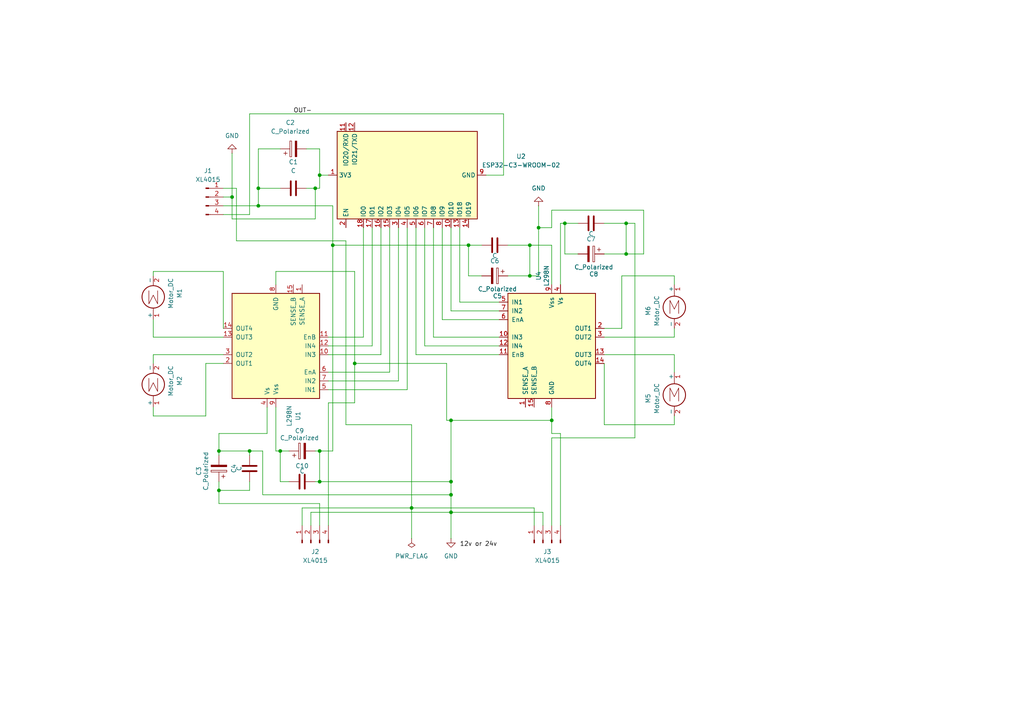
<source format=kicad_sch>
(kicad_sch (version 20250114) (generator "eeschema") (generator_version "9.0")
  (paper "A4")
  (lib_symbols
    (symbol "Connector:Conn_01x04_Pin" (pin_names (offset 1.016) (hide yes))
      (property "Reference" "J" (at 0 5.08 0))
      (property "Value" "Conn_01x04_Pin" (at 0 -7.62 0))
      (symbol "Conn_01x04_Pin_1_1"
        (rectangle (start 0.8636 2.667) (end 0 2.413) (stroke (width 0.1524)) (fill (type outline)))
        (rectangle (start 0.8636 0.127) (end 0 -0.127) (stroke (width 0.1524)) (fill (type outline)))
        (rectangle (start 0.8636 -2.413) (end 0 -2.667) (stroke (width 0.1524)) (fill (type outline)))
        (rectangle (start 0.8636 -4.953) (end 0 -5.207) (stroke (width 0.1524)) (fill (type outline)))
        (polyline (pts (xy 1.27 2.54) (xy 0.8636 2.54)) (stroke (width 0.1524)))
        (polyline (pts (xy 1.27 0) (xy 0.8636 0)) (stroke (width 0.1524)))
        (polyline (pts (xy 1.27 -2.54) (xy 0.8636 -2.54)) (stroke (width 0.1524)))
        (polyline (pts (xy 1.27 -5.08) (xy 0.8636 -5.08)) (stroke (width 0.1524)))
        (pin passive line (at 5.08 2.54 180) (length 3.81) (name "Pin_1") (number "1"))
        (pin passive line (at 5.08 0 180) (length 3.81) (name "Pin_2") (number "2"))
        (pin passive line (at 5.08 -2.54 180) (length 3.81) (name "Pin_3") (number "3"))
        (pin passive line (at 5.08 -5.08 180) (length 3.81) (name "Pin_4") (number "4"))
      )
    )
    (symbol "Device:C" (pin_numbers (hide yes)) (pin_names (offset 0.254))
      (property "Reference" "C" (at 0.635 2.54 0))
      (property "Value" "C" (at 0.635 -2.54 0))
      (symbol "C_0_1"
        (polyline (pts (xy -2.032 0.762) (xy 2.032 0.762)) (stroke (width 0.508)))
        (polyline (pts (xy -2.032 -0.762) (xy 2.032 -0.762)) (stroke (width 0.508)))
      )
      (symbol "C_1_1"
        (pin passive line (at 0 3.81 270) (length 2.794) (name "~") (number "1"))
        (pin passive line (at 0 -3.81 90) (length 2.794) (name "~") (number "2"))
      )
    )
    (symbol "Device:C_Polarized" (pin_numbers (hide yes)) (pin_names (offset 0.254))
      (property "Reference" "C" (at 0.635 2.54 0))
      (property "Value" "C_Polarized" (at 0.635 -2.54 0))
      (symbol "C_Polarized_0_1"
        (rectangle (start -2.286 0.508) (end 2.286 1.016))
        (polyline (pts (xy -1.778 2.286) (xy -0.762 2.286)))
        (polyline (pts (xy -1.27 2.794) (xy -1.27 1.778)))
        (rectangle (start 2.286 -0.508) (end -2.286 -1.016) (fill (type outline)))
      )
      (symbol "C_Polarized_1_1"
        (pin passive line (at 0 3.81 270) (length 2.794) (name "~") (number "1"))
        (pin passive line (at 0 -3.81 90) (length 2.794) (name "~") (number "2"))
      )
    )
    (symbol "Driver_Motor:L298N" (pin_names (offset 1.016))
      (property "Reference" "U" (at -10.16 16.51 0))
      (property "Value" "L298N" (at 12.7 16.51 0))
      (symbol "L298N_0_1"
        (rectangle (start -12.7 15.24) (end 12.7 -15.24) (stroke (width 0.254)) (fill (type background)))
      )
      (symbol "L298N_1_1"
        (pin input line (at -15.24 12.7 0) (length 2.54) (name "IN1") (number "5"))
        (pin input line (at -15.24 10.16 0) (length 2.54) (name "IN2") (number "7"))
        (pin input line (at -15.24 7.62 0) (length 2.54) (name "EnA") (number "6"))
        (pin input line (at -15.24 2.54 0) (length 2.54) (name "IN3") (number "10"))
        (pin input line (at -15.24 0 0) (length 2.54) (name "IN4") (number "12"))
        (pin input line (at -15.24 -2.54 0) (length 2.54) (name "EnB") (number "11"))
        (pin power_in line (at -7.62 -17.78 90) (length 2.54) (name "SENSE_A") (number "1"))
        (pin power_in line (at -5.08 -17.78 90) (length 2.54) (name "SENSE_B") (number "15"))
        (pin power_in line (at 0 17.78 270) (length 2.54) (name "Vss") (number "9"))
        (pin power_in line (at 0 -17.78 90) (length 2.54) (name "GND") (number "8"))
        (pin power_in line (at 2.54 17.78 270) (length 2.54) (name "Vs") (number "4"))
        (pin output line (at 15.24 5.08 180) (length 2.54) (name "OUT1") (number "2"))
        (pin output line (at 15.24 2.54 180) (length 2.54) (name "OUT2") (number "3"))
        (pin output line (at 15.24 -2.54 180) (length 2.54) (name "OUT3") (number "13"))
        (pin output line (at 15.24 -5.08 180) (length 2.54) (name "OUT4") (number "14"))
      )
    )
    (symbol "Motor:Motor_DC" (pin_names (offset 0))
      (property "Reference" "M" (at 2.54 2.54 0))
      (property "Value" "Motor_DC" (at 2.54 -5.08 0))
      (symbol "Motor_DC_0_0"
        (polyline (pts (xy -1.27 -3.302) (xy -1.27 0.508) (xy 0 -2.032) (xy 1.27 0.508) (xy 1.27 -3.302)))
      )
      (symbol "Motor_DC_0_1"
        (polyline (pts (xy 0 2.032) (xy 0 2.54)))
        (polyline (pts (xy 0 1.7272) (xy 0 2.0828)))
        (circle (center 0 -1.524) (radius 3.2512) (stroke (width 0.254)))
        (polyline (pts (xy 0 -4.7752) (xy 0 -5.1816)))
        (polyline (pts (xy 0 -7.62) (xy 0 -7.112)))
      )
      (symbol "Motor_DC_1_1"
        (pin passive line (at 0 5.08 270) (length 2.54) (name "+") (number "1"))
        (pin passive line (at 0 -7.62 90) (length 2.54) (name "-") (number "2"))
      )
    )
    (symbol "RF_Module:ESP32-C3-WROOM-02"
      (property "Reference" "U" (at -12.192 21.336 0))
      (property "Value" "ESP32-C3-WROOM-02" (at 12.192 21.336 0))
      (symbol "ESP32-C3-WROOM-02_1_1"
        (rectangle (start -12.7 20.32) (end 12.7 -20.32) (stroke (width 0.254)) (fill (type background)))
        (pin input line (at -15.24 17.78 0) (length 2.54) (name "EN") (number "2"))
        (pin bidirectional line (at -15.24 12.7 0) (length 2.54) (name "IO0") (number "18"))
        (pin bidirectional line (at -15.24 10.16 0) (length 2.54) (name "IO1") (number "17"))
        (pin bidirectional line (at -15.24 7.62 0) (length 2.54) (name "IO2") (number "16"))
        (pin bidirectional line (at -15.24 5.08 0) (length 2.54) (name "IO3") (number "15"))
        (pin bidirectional line (at -15.24 2.54 0) (length 2.54) (name "IO4") (number "3"))
        (pin bidirectional line (at -15.24 0 0) (length 2.54) (name "IO5") (number "4"))
        (pin bidirectional line (at -15.24 -2.54 0) (length 2.54) (name "IO6") (number "5"))
        (pin bidirectional line (at -15.24 -5.08 0) (length 2.54) (name "IO7") (number "6"))
        (pin bidirectional line (at -15.24 -7.62 0) (length 2.54) (name "IO8") (number "7"))
        (pin bidirectional line (at -15.24 -10.16 0) (length 2.54) (name "IO9") (number "8"))
        (pin bidirectional line (at -15.24 -12.7 0) (length 2.54) (name "IO10") (number "10"))
        (pin bidirectional line (at -15.24 -15.24 0) (length 2.54) (name "IO18") (number "13"))
        (pin bidirectional line (at -15.24 -17.78 0) (length 2.54) (name "IO19") (number "14"))
        (pin power_in line (at 0 22.86 270) (length 2.54) (name "3V3") (number "1"))
        (pin passive line (at 0 -22.86 90) (length 2.54) (hide yes) (name "GND") (number "19"))
        (pin power_in line (at 0 -22.86 90) (length 2.54) (name "GND") (number "9"))
        (pin bidirectional line (at 15.24 17.78 180) (length 2.54) (name "IO20/RXD") (number "11"))
        (pin bidirectional line (at 15.24 15.24 180) (length 2.54) (name "IO21/TXD") (number "12"))
      )
    )
    (symbol "power:GND" (power) (pin_numbers (hide yes)) (pin_names (offset 0) (hide yes))
      (property "Value" "GND" (at 0 -3.81 0))
      (symbol "GND_0_1"
        (polyline (pts (xy 0 0) (xy 0 -1.27) (xy 1.27 -1.27) (xy 0 -2.54) (xy -1.27 -1.27) (xy 0 -1.27)))
      )
      (symbol "GND_1_1"
        (pin power_in line (at 0 0 270) (length 0) (name "~") (number "1"))
      )
    )
    (symbol "power:PWR_FLAG" (power) (pin_numbers (hide yes)) (pin_names (offset 0) (hide yes))
      (property "Value" "PWR_FLAG" (at 0 3.81 0))
      (symbol "PWR_FLAG_0_0"
        (pin power_out line (at 0 0 90) (length 0) (name "~") (number "1"))
      )
      (symbol "PWR_FLAG_0_1"
        (polyline (pts (xy 0 0) (xy 0 1.27) (xy -1.016 1.905) (xy 0 2.54) (xy 1.016 1.905) (xy 0 1.27)))
      )
    )
  )
  (junction (at 181.61 64.77))
  (junction (at 74.93 59.69))
  (junction (at 135.89 71.12))
  (junction (at 119.38 147.32))
  (junction (at 91.44 54.61))
  (junction (at 81.28 130.81))
  (junction (at 72.39 130.81))
  (junction (at 96.52 71.12))
  (junction (at 67.31 57.15))
  (junction (at 130.81 143.51))
  (junction (at 156.21 66.04))
  (junction (at 160.02 121.92))
  (junction (at 153.67 80.01))
  (junction (at 74.93 54.61))
  (junction (at 130.81 121.92))
  (junction (at 181.61 73.66))
  (junction (at 130.81 139.7))
  (junction (at 92.71 130.81))
  (junction (at 102.87 105.41))
  (junction (at 130.81 148.59))
  (junction (at 92.71 50.8))
  (junction (at 63.5 130.81))
  (junction (at 63.5 142.24))
  (junction (at 92.71 139.7))
  (junction (at 153.67 71.12))
  (junction (at 163.83 64.77))
  (wire (pts (xy 102.87 116.84) (xy 102.87 105.41)))
  (wire (pts (xy 119.38 123.19) (xy 100.33 123.19)))
  (wire (pts (xy 130.81 143.51) (xy 130.81 148.59)))
  (wire (pts (xy 184.15 64.77) (xy 181.61 64.77)))
  (wire (pts (xy 163.83 73.66) (xy 163.83 64.77)))
  (wire (pts (xy 59.69 120.65) (xy 59.69 105.41)))
  (wire (pts (xy 162.56 152.4) (xy 162.56 125.73)))
  (wire (pts (xy 115.57 110.49) (xy 115.57 66.04)))
  (wire (pts (xy 162.56 64.77) (xy 162.56 82.55)))
  (wire (pts (xy 91.44 130.81) (xy 92.71 130.81)))
  (wire (pts (xy 160.02 66.04) (xy 156.21 66.04)))
  (wire (pts (xy 81.28 130.81) (xy 81.28 139.7)))
  (wire (pts (xy 160.02 121.92) (xy 160.02 118.11)))
  (wire (pts (xy 95.25 152.4) (xy 95.25 116.84)))
  (wire (pts (xy 144.78 87.63) (xy 133.35 87.63)))
  (wire (pts (xy 72.39 33.02) (xy 146.05 33.02)))
  (wire (pts (xy 95.25 100.33) (xy 107.95 100.33)))
  (wire (pts (xy 102.87 105.41) (xy 129.54 105.41)))
  (wire (pts (xy 195.58 107.95) (xy 195.58 102.87)))
  (wire (pts (xy 74.93 59.69) (xy 74.93 54.61)))
  (wire (pts (xy 68.58 69.85) (xy 68.58 54.61)))
  (wire (pts (xy 88.9 54.61) (xy 91.44 54.61)))
  (wire (pts (xy 156.21 66.04) (xy 156.21 59.69)))
  (wire (pts (xy 63.5 130.81) (xy 63.5 125.73)))
  (wire (pts (xy 87.63 152.4) (xy 87.63 147.32)))
  (wire (pts (xy 160.02 121.92) (xy 130.81 121.92)))
  (wire (pts (xy 72.39 130.81) (xy 72.39 132.08)))
  (wire (pts (xy 95.25 110.49) (xy 115.57 110.49)))
  (wire (pts (xy 64.77 97.79) (xy 44.45 97.79)))
  (wire (pts (xy 92.71 146.05) (xy 92.71 152.4)))
  (wire (pts (xy 175.26 102.87) (xy 195.58 102.87)))
  (wire (pts (xy 154.94 147.32) (xy 119.38 147.32)))
  (wire (pts (xy 153.67 80.01) (xy 153.67 71.12)))
  (wire (pts (xy 163.83 64.77) (xy 167.64 64.77)))
  (wire (pts (xy 67.31 57.15) (xy 67.31 44.45)))
  (wire (pts (xy 63.5 130.81) (xy 72.39 130.81)))
  (wire (pts (xy 77.47 125.73) (xy 77.47 118.11)))
  (wire (pts (xy 160.02 152.4) (xy 160.02 127)))
  (wire (pts (xy 95.25 102.87) (xy 110.49 102.87)))
  (wire (pts (xy 162.56 64.77) (xy 163.83 64.77)))
  (wire (pts (xy 63.5 142.24) (xy 72.39 142.24)))
  (wire (pts (xy 102.87 78.74) (xy 102.87 105.41)))
  (wire (pts (xy 64.77 105.41) (xy 59.69 105.41)))
  (wire (pts (xy 44.45 120.65) (xy 59.69 120.65)))
  (wire (pts (xy 74.93 54.61) (xy 74.93 43.18)))
  (wire (pts (xy 135.89 80.01) (xy 135.89 71.12)))
  (wire (pts (xy 76.2 130.81) (xy 76.2 143.51)))
  (wire (pts (xy 130.81 121.92) (xy 129.54 121.92)))
  (wire (pts (xy 72.39 33.02) (xy 72.39 62.23)))
  (wire (pts (xy 96.52 59.69) (xy 96.52 71.12)))
  (wire (pts (xy 113.03 107.95) (xy 113.03 66.04)))
  (wire (pts (xy 153.67 80.01) (xy 147.32 80.01)))
  (wire (pts (xy 181.61 73.66) (xy 181.61 64.77)))
  (wire (pts (xy 74.93 54.61) (xy 81.28 54.61)))
  (wire (pts (xy 144.78 100.33) (xy 123.19 100.33)))
  (wire (pts (xy 160.02 127) (xy 184.15 127)))
  (wire (pts (xy 153.67 71.12) (xy 160.02 71.12)))
  (wire (pts (xy 44.45 92.71) (xy 44.45 97.79)))
  (wire (pts (xy 64.77 78.74) (xy 64.77 95.25)))
  (wire (pts (xy 110.49 102.87) (xy 110.49 66.04)))
  (wire (pts (xy 88.9 43.18) (xy 92.71 43.18)))
  (wire (pts (xy 123.19 100.33) (xy 123.19 66.04)))
  (wire (pts (xy 157.48 152.4) (xy 157.48 148.59)))
  (wire (pts (xy 129.54 105.41) (xy 129.54 121.92)))
  (wire (pts (xy 64.77 62.23) (xy 72.39 62.23)))
  (wire (pts (xy 95.25 113.03) (xy 118.11 113.03)))
  (wire (pts (xy 63.5 146.05) (xy 92.71 146.05)))
  (wire (pts (xy 81.28 139.7) (xy 83.82 139.7)))
  (wire (pts (xy 195.58 123.19) (xy 195.58 120.65)))
  (wire (pts (xy 95.25 116.84) (xy 102.87 116.84)))
  (wire (pts (xy 64.77 102.87) (xy 44.45 102.87)))
  (wire (pts (xy 167.64 73.66) (xy 163.83 73.66)))
  (wire (pts (xy 63.5 146.05) (xy 63.5 142.24)))
  (wire (pts (xy 144.78 92.71) (xy 128.27 92.71)))
  (wire (pts (xy 100.33 123.19) (xy 100.33 69.85)))
  (wire (pts (xy 175.26 123.19) (xy 195.58 123.19)))
  (wire (pts (xy 184.15 127) (xy 184.15 64.77)))
  (wire (pts (xy 153.67 71.12) (xy 147.32 71.12)))
  (wire (pts (xy 87.63 147.32) (xy 119.38 147.32)))
  (wire (pts (xy 195.58 82.55) (xy 195.58 80.01)))
  (wire (pts (xy 130.81 121.92) (xy 130.81 139.7)))
  (wire (pts (xy 44.45 118.11) (xy 44.45 120.65)))
  (wire (pts (xy 92.71 139.7) (xy 91.44 139.7)))
  (wire (pts (xy 186.69 73.66) (xy 186.69 60.96)))
  (wire (pts (xy 90.17 152.4) (xy 90.17 148.59)))
  (wire (pts (xy 80.01 82.55) (xy 80.01 78.74)))
  (wire (pts (xy 72.39 130.81) (xy 76.2 130.81)))
  (wire (pts (xy 74.93 43.18) (xy 81.28 43.18)))
  (wire (pts (xy 156.21 80.01) (xy 156.21 66.04)))
  (wire (pts (xy 91.44 54.61) (xy 91.44 63.5)))
  (wire (pts (xy 146.05 33.02) (xy 146.05 50.8)))
  (wire (pts (xy 181.61 73.66) (xy 175.26 73.66)))
  (wire (pts (xy 80.01 130.81) (xy 81.28 130.81)))
  (wire (pts (xy 63.5 125.73) (xy 77.47 125.73)))
  (wire (pts (xy 90.17 148.59) (xy 130.81 148.59)))
  (wire (pts (xy 160.02 71.12) (xy 160.02 82.55)))
  (wire (pts (xy 63.5 142.24) (xy 63.5 139.7)))
  (wire (pts (xy 140.97 50.8) (xy 146.05 50.8)))
  (wire (pts (xy 120.65 66.04) (xy 120.65 102.87)))
  (wire (pts (xy 130.81 148.59) (xy 130.81 156.21)))
  (wire (pts (xy 144.78 90.17) (xy 130.81 90.17)))
  (wire (pts (xy 175.26 105.41) (xy 175.26 123.19)))
  (wire (pts (xy 92.71 130.81) (xy 96.52 130.81)))
  (wire (pts (xy 91.44 54.61) (xy 92.71 54.61)))
  (wire (pts (xy 67.31 63.5) (xy 67.31 57.15)))
  (wire (pts (xy 92.71 139.7) (xy 130.81 139.7)))
  (wire (pts (xy 76.2 143.51) (xy 130.81 143.51)))
  (wire (pts (xy 80.01 118.11) (xy 80.01 130.81)))
  (wire (pts (xy 44.45 102.87) (xy 44.45 105.41)))
  (wire (pts (xy 133.35 87.63) (xy 133.35 66.04)))
  (wire (pts (xy 44.45 78.74) (xy 44.45 80.01)))
  (wire (pts (xy 144.78 97.79) (xy 125.73 97.79)))
  (wire (pts (xy 72.39 142.24) (xy 72.39 139.7)))
  (wire (pts (xy 135.89 71.12) (xy 139.7 71.12)))
  (wire (pts (xy 80.01 78.74) (xy 102.87 78.74)))
  (wire (pts (xy 160.02 60.96) (xy 160.02 66.04)))
  (wire (pts (xy 92.71 54.61) (xy 92.71 50.8)))
  (wire (pts (xy 91.44 63.5) (xy 67.31 63.5)))
  (wire (pts (xy 63.5 132.08) (xy 63.5 130.81)))
  (wire (pts (xy 92.71 130.81) (xy 92.71 139.7)))
  (wire (pts (xy 100.33 69.85) (xy 68.58 69.85)))
  (wire (pts (xy 95.25 107.95) (xy 113.03 107.95)))
  (wire (pts (xy 139.7 80.01) (xy 135.89 80.01)))
  (wire (pts (xy 107.95 66.04) (xy 107.95 100.33)))
  (wire (pts (xy 92.71 50.8) (xy 95.25 50.8)))
  (wire (pts (xy 95.25 97.79) (xy 105.41 97.79)))
  (wire (pts (xy 96.52 71.12) (xy 96.52 130.81)))
  (wire (pts (xy 153.67 80.01) (xy 156.21 80.01)))
  (wire (pts (xy 92.71 43.18) (xy 92.71 50.8)))
  (wire (pts (xy 81.28 130.81) (xy 83.82 130.81)))
  (wire (pts (xy 154.94 152.4) (xy 154.94 147.32)))
  (wire (pts (xy 180.34 80.01) (xy 180.34 95.25)))
  (wire (pts (xy 74.93 59.69) (xy 96.52 59.69)))
  (wire (pts (xy 186.69 60.96) (xy 160.02 60.96)))
  (wire (pts (xy 181.61 73.66) (xy 186.69 73.66)))
  (wire (pts (xy 195.58 97.79) (xy 195.58 95.25)))
  (wire (pts (xy 119.38 156.21) (xy 119.38 147.32)))
  (wire (pts (xy 44.45 78.74) (xy 64.77 78.74)))
  (wire (pts (xy 68.58 54.61) (xy 64.77 54.61)))
  (wire (pts (xy 119.38 147.32) (xy 119.38 123.19)))
  (wire (pts (xy 64.77 57.15) (xy 67.31 57.15)))
  (wire (pts (xy 105.41 97.79) (xy 105.41 66.04)))
  (wire (pts (xy 125.73 97.79) (xy 125.73 66.04)))
  (wire (pts (xy 130.81 139.7) (xy 130.81 143.51)))
  (wire (pts (xy 120.65 102.87) (xy 144.78 102.87)))
  (wire (pts (xy 175.26 95.25) (xy 180.34 95.25)))
  (wire (pts (xy 64.77 59.69) (xy 74.93 59.69)))
  (wire (pts (xy 162.56 125.73) (xy 160.02 125.73)))
  (wire (pts (xy 160.02 125.73) (xy 160.02 121.92)))
  (wire (pts (xy 96.52 71.12) (xy 135.89 71.12)))
  (wire (pts (xy 181.61 64.77) (xy 175.26 64.77)))
  (wire (pts (xy 175.26 97.79) (xy 195.58 97.79)))
  (wire (pts (xy 118.11 113.03) (xy 118.11 66.04)))
  (wire (pts (xy 130.81 90.17) (xy 130.81 66.04)))
  (wire (pts (xy 195.58 80.01) (xy 180.34 80.01)))
  (wire (pts (xy 128.27 92.71) (xy 128.27 66.04)))
  (wire (pts (xy 157.48 148.59) (xy 130.81 148.59)))
  (label "12v or 24v" (at 133.35 158.75 0))
  (label "OUT-" (at 85.09 33.02 0))
  (symbol (lib_id "RF_Module:ESP32-C3-WROOM-02") (at 118.11 50.8 90) (unit 1)
    (property "Reference" "U2" (at 151.13 45.3546 90))
    (property "Value" "ESP32-C3-WROOM-02" (at 151.13 47.8946 90))
    (property "Footprint" "RF_Module:ESP32-C3-WROOM-02" (effects (hide yes)))
    (property "Datasheet" "https://www.espressif.com/sites/default/files/documentation/esp32-c3-wroom-02_datasheet_en.pdf" (effects (hide yes)))
    (property "Description" "802.11 b/g/n Wi­Fi and Bluetooth 5 module, ESP32­C3 SoC, RISC­V microprocessor, On-board antenna" (effects (hide yes)))
  )
  (symbol (lib_id "power:GND") (at 130.81 156.21 0) (unit 1)
    (property "Reference" "#PWR02" (effects (hide yes)))
    (property "Value" "GND" (at 130.81 161.29 0))
    (property "Description" "Power symbol creates a global label with name \"GND\" , ground" (effects (hide yes)))
  )
  (symbol (lib_id "Connector:Conn_01x04_Pin") (at 90.17 157.48 90) (unit 1)
    (property "Reference" "J2" (at 91.44 160.02 90))
    (property "Value" "XL4015" (at 91.44 162.56 90))
    (property "Footprint" "Connector:FanPinHeader_1x04_P2.54mm_Vertical" (effects (hide yes)))
    (property "Description" "Generic connector, single row, 01x04, script generated" (effects (hide yes)))
  )
  (symbol (lib_id "Connector:Conn_01x04_Pin") (at 59.69 57.15 0) (unit 1)
    (property "Reference" "J1" (at 60.325 49.53 0))
    (property "Value" "XL4015" (at 60.325 52.07 0))
    (property "Footprint" "Connector:FanPinHeader_1x04_P2.54mm_Vertical" (effects (hide yes)))
    (property "Description" "Generic connector, single row, 01x04, script generated" (effects (hide yes)))
  )
  (symbol (lib_id "Device:C_Polarized") (at 63.5 135.89 180) (unit 1)
    (property "Reference" "C3" (at 57.658 136.652 90))
    (property "Value" "C_Polarized" (at 59.69 136.652 90))
    (property "Footprint" "Capacitor_THT:CP_Radial_D5.0mm_P2.00mm" (effects (hide yes)))
    (property "Description" "Polarized capacitor" (effects (hide yes)))
  )
  (symbol (lib_id "Device:C") (at 87.63 139.7 90) (unit 1)
    (property "Reference" "C10" (at 87.63 135.128 90))
    (property "Value" "C" (at 87.63 136.652 90))
    (property "Footprint" "Capacitor_SMD:C_0805_2012Metric" (effects (hide yes)))
    (property "Description" "Unpolarized capacitor" (effects (hide yes)))
  )
  (symbol (lib_id "power:GND") (at 67.31 44.45 180) (unit 1)
    (property "Reference" "#PWR01" (effects (hide yes)))
    (property "Value" "GND" (at 67.31 39.37 0))
    (property "Description" "Power symbol creates a global label with name \"GND\" , ground" (effects (hide yes)))
  )
  (symbol (lib_id "Device:C") (at 85.09 54.61 90) (unit 1)
    (property "Reference" "C1" (at 85.09 46.99 90))
    (property "Value" "C" (at 85.09 49.53 90))
    (property "Footprint" "Capacitor_SMD:C_0805_2012Metric" (effects (hide yes)))
    (property "Description" "Unpolarized capacitor" (effects (hide yes)))
  )
  (symbol (lib_id "Device:C_Polarized") (at 85.09 43.18 90) (unit 1)
    (property "Reference" "C2" (at 84.201 35.56 90))
    (property "Value" "C_Polarized" (at 84.201 38.1 90))
    (property "Footprint" "Capacitor_THT:CP_Radial_D5.0mm_P2.00mm" (effects (hide yes)))
    (property "Description" "Polarized capacitor" (effects (hide yes)))
  )
  (symbol (lib_id "Device:C") (at 143.51 71.12 270) (unit 1)
    (property "Reference" "C6" (at 143.51 75.692 90))
    (property "Value" "C" (at 143.51 74.168 90))
    (property "Footprint" "Capacitor_SMD:C_0805_2012Metric" (effects (hide yes)))
    (property "Description" "Unpolarized capacitor" (effects (hide yes)))
  )
  (symbol (lib_id "Connector:Conn_01x04_Pin") (at 157.48 157.48 90) (unit 1)
    (property "Reference" "J3" (at 158.75 160.02 90))
    (property "Value" "XL4015" (at 158.75 162.56 90))
    (property "Footprint" "Connector:FanPinHeader_1x04_P2.54mm_Vertical" (effects (hide yes)))
    (property "Description" "Generic connector, single row, 01x04, script generated" (effects (hide yes)))
  )
  (symbol (lib_id "Device:C") (at 72.39 135.89 180) (unit 1)
    (property "Reference" "C4" (at 67.818 135.89 90))
    (property "Value" "C" (at 69.342 135.89 90))
    (property "Footprint" "Capacitor_SMD:C_0805_2012Metric" (effects (hide yes)))
    (property "Description" "Unpolarized capacitor" (effects (hide yes)))
  )
  (symbol (lib_id "Motor:Motor_DC") (at 195.58 87.63 0) (unit 1)
    (property "Reference" "M6" (at 187.96 90.17 90))
    (property "Value" "Motor_DC" (at 190.5 90.17 90))
    (property "Footprint" "TerminalBlock_RND:TerminalBlock_RND_205-00234_1x04_P5.08mm_Horizontal" (effects (hide yes)))
    (property "Description" "DC Motor" (effects (hide yes)))
  )
  (symbol (lib_id "Driver_Motor:L298N") (at 160.02 100.33 0) (unit 1)
    (property "Reference" "U4" (at 156.21 80.01 90))
    (property "Value" "L298N" (at 158.496 80.01 90))
    (property "Footprint" "Package_DIP:DIP-16_W7.62mm" (effects (hide yes)))
    (property "Datasheet" "http://www.st.com/st-web-ui/static/active/en/resource/technical/document/datasheet/CD00000240.pdf" (effects (hide yes)))
    (property "Description" "Dual full bridge motor driver, up to 46V, 4A, Multiwatt15-V" (effects (hide yes)))
  )
  (symbol (lib_id "power:GND") (at 156.21 59.69 180) (unit 1)
    (property "Reference" "#PWR03" (effects (hide yes)))
    (property "Value" "GND" (at 156.21 54.61 0))
    (property "Description" "Power symbol creates a global label with name \"GND\" , ground" (effects (hide yes)))
  )
  (symbol (lib_id "Device:C_Polarized") (at 143.51 80.01 270) (unit 1)
    (property "Reference" "C5" (at 144.272 85.852 90))
    (property "Value" "C_Polarized" (at 144.272 83.82 90))
    (property "Footprint" "Capacitor_THT:CP_Radial_D5.0mm_P2.00mm" (effects (hide yes)))
    (property "Description" "Polarized capacitor" (effects (hide yes)))
  )
  (symbol (lib_id "Driver_Motor:L298N") (at 80.01 100.33 180) (unit 1)
    (property "Reference" "U1" (at 86.4302 120.65 90))
    (property "Value" "L298N" (at 83.8902 120.65 90))
    (property "Footprint" "Package_DIP:DIP-16_W7.62mm" (effects (hide yes)))
    (property "Datasheet" "http://www.st.com/st-web-ui/static/active/en/resource/technical/document/datasheet/CD00000240.pdf" (effects (hide yes)))
    (property "Description" "Dual full bridge motor driver, up to 46V, 4A, Multiwatt15-V" (effects (hide yes)))
  )
  (symbol (lib_id "power:PWR_FLAG") (at 119.38 156.21 180) (unit 1)
    (property "Reference" "#FLG01" (effects (hide yes)))
    (property "Value" "PWR_FLAG" (at 119.38 161.29 0))
    (property "Description" "Special symbol for telling ERC where power comes from" (effects (hide yes)))
  )
  (symbol (lib_id "Device:C") (at 171.45 64.77 270) (unit 1)
    (property "Reference" "C7" (at 171.45 69.342 90))
    (property "Value" "C" (at 171.45 67.818 90))
    (property "Footprint" "Capacitor_SMD:C_0805_2012Metric" (effects (hide yes)))
    (property "Description" "Unpolarized capacitor" (effects (hide yes)))
  )
  (symbol (lib_id "Motor:Motor_DC") (at 195.58 113.03 0) (unit 1)
    (property "Reference" "M5" (at 187.96 115.57 90))
    (property "Value" "Motor_DC" (at 190.5 115.57 90))
    (property "Footprint" "TerminalBlock_RND:TerminalBlock_RND_205-00234_1x04_P5.08mm_Horizontal" (effects (hide yes)))
    (property "Description" "DC Motor" (effects (hide yes)))
  )
  (symbol (lib_id "Device:C_Polarized") (at 87.63 130.81 90) (unit 1)
    (property "Reference" "C9" (at 86.868 124.968 90))
    (property "Value" "C_Polarized" (at 86.868 127 90))
    (property "Footprint" "Capacitor_THT:CP_Radial_D5.0mm_P2.00mm" (effects (hide yes)))
    (property "Description" "Polarized capacitor" (effects (hide yes)))
  )
  (symbol (lib_id "Motor:Motor_DC") (at 44.45 87.63 180) (unit 1)
    (property "Reference" "M1" (at 52.07 85.09 90))
    (property "Value" "Motor_DC" (at 49.53 85.09 90))
    (property "Footprint" "TerminalBlock_RND:TerminalBlock_RND_205-00234_1x04_P5.08mm_Horizontal" (effects (hide yes)))
    (property "Description" "DC Motor" (effects (hide yes)))
  )
  (symbol (lib_id "Motor:Motor_DC") (at 44.45 113.03 180) (unit 1)
    (property "Reference" "M2" (at 52.07 110.49 90))
    (property "Value" "Motor_DC" (at 49.53 110.49 90))
    (property "Footprint" "TerminalBlock_RND:TerminalBlock_RND_205-00234_1x04_P5.08mm_Horizontal" (effects (hide yes)))
    (property "Description" "DC Motor" (effects (hide yes)))
  )
  (symbol (lib_id "Device:C_Polarized") (at 171.45 73.66 270) (unit 1)
    (property "Reference" "C8" (at 172.212 79.502 90))
    (property "Value" "C_Polarized" (at 172.212 77.47 90))
    (property "Footprint" "Capacitor_THT:CP_Radial_D5.0mm_P2.00mm" (effects (hide yes)))
    (property "Description" "Polarized capacitor" (effects (hide yes)))
  )
)
</source>
